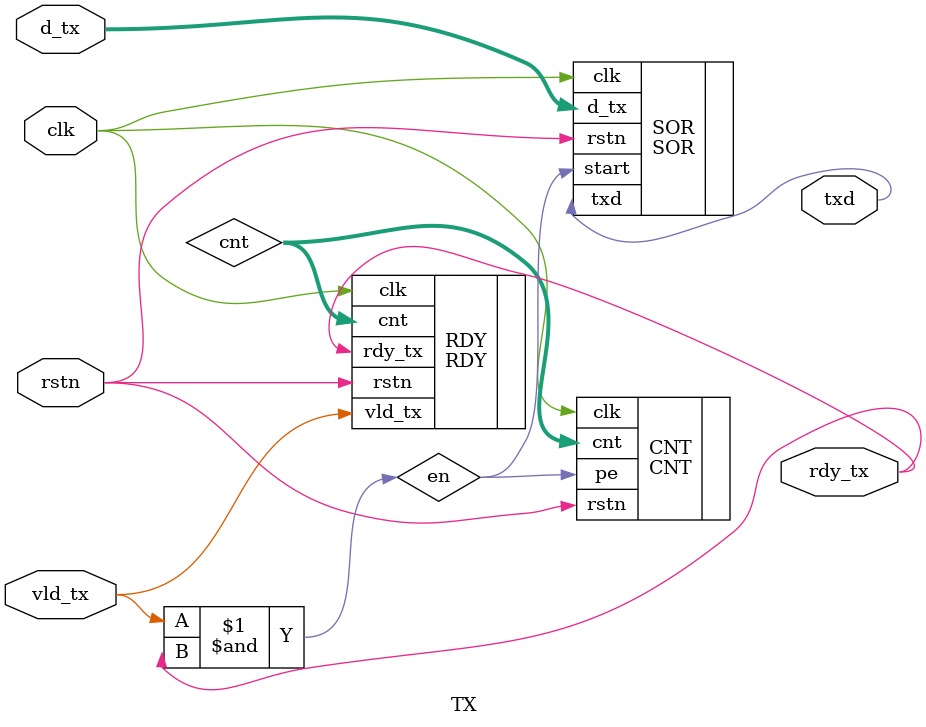
<source format=v>
`timescale 1ns / 1ps


module TX(
    input clk,rstn,
    input [7:0]d_tx,
    input vld_tx,
    // output [8:0]temp,
    output txd,rdy_tx
    );
wire en;
wire [3:0]cnt;
assign en=vld_tx&rdy_tx;
SOR SOR(
    // .temp(temp),
    .clk(clk),
    .rstn(rstn),
    .d_tx(d_tx),
    .txd(txd),
    .start(en)
);
CNT CNT(
    .clk(clk),
    .rstn(rstn),
    .pe(en),
    .cnt(cnt)
);
RDY RDY(
    .rstn(rstn),
    .clk(clk),
    .vld_tx(vld_tx),
    .cnt(cnt),
    .rdy_tx(rdy_tx)
);
endmodule

</source>
